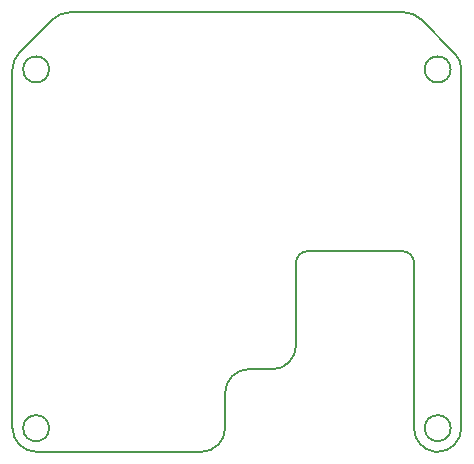
<source format=gbr>
%TF.GenerationSoftware,KiCad,Pcbnew,7.0.11*%
%TF.CreationDate,2025-01-20T01:33:53+09:00*%
%TF.ProjectId,VoltageBooster,566f6c74-6167-4654-926f-6f737465722e,rev?*%
%TF.SameCoordinates,Original*%
%TF.FileFunction,Profile,NP*%
%FSLAX46Y46*%
G04 Gerber Fmt 4.6, Leading zero omitted, Abs format (unit mm)*
G04 Created by KiCad (PCBNEW 7.0.11) date 2025-01-20 01:33:53*
%MOMM*%
%LPD*%
G01*
G04 APERTURE LIST*
%TA.AperFunction,Profile*%
%ADD10C,0.200000*%
%TD*%
G04 APERTURE END LIST*
D10*
X171350000Y-116732584D02*
X171350000Y-86360000D01*
X170450000Y-116732584D02*
G75*
G03*
X168250000Y-116732584I-1100000J0D01*
G01*
X168250000Y-116732584D02*
G75*
G03*
X170450000Y-116732584I1100000J0D01*
G01*
X136764213Y-82117360D02*
X133935786Y-84945787D01*
X167350032Y-116745168D02*
G75*
G03*
X169125996Y-118732584I1999968J-32D01*
G01*
X171349999Y-86360000D02*
G75*
G03*
X170764213Y-84945788I-1999999J0D01*
G01*
X158350000Y-101745168D02*
X166350000Y-101745168D01*
X155350000Y-111745200D02*
G75*
G03*
X157350000Y-109745168I0J2000000D01*
G01*
X138178427Y-81531601D02*
G75*
G03*
X136764214Y-82117361I-27J-1999999D01*
G01*
X166521573Y-81531573D02*
X138178427Y-81531573D01*
X133350000Y-86360000D02*
X133350000Y-116732584D01*
X149350000Y-118732600D02*
G75*
G03*
X151350000Y-116732584I0J2000000D01*
G01*
X170764214Y-84945787D02*
X167935787Y-82117360D01*
X170450000Y-86360000D02*
G75*
G03*
X168250000Y-86360000I-1100000J0D01*
G01*
X168250000Y-86360000D02*
G75*
G03*
X170450000Y-86360000I1100000J0D01*
G01*
X169125996Y-118732584D02*
X169350000Y-118732584D01*
X167350032Y-102745168D02*
G75*
G03*
X166350000Y-101745168I-1000032J-32D01*
G01*
X169350000Y-118732600D02*
G75*
G03*
X171350000Y-116732584I0J2000000D01*
G01*
X133935786Y-84945787D02*
G75*
G03*
X133350000Y-86360000I1414214J-1414213D01*
G01*
X167935806Y-82117341D02*
G75*
G03*
X166521573Y-81531573I-1414206J-1414259D01*
G01*
X167350000Y-102745168D02*
X167350000Y-116745168D01*
X136450000Y-86360000D02*
G75*
G03*
X134250000Y-86360000I-1100000J0D01*
G01*
X134250000Y-86360000D02*
G75*
G03*
X136450000Y-86360000I1100000J0D01*
G01*
X153350000Y-111745168D02*
X155350000Y-111745168D01*
X151350000Y-116732584D02*
X151350000Y-113745168D01*
X157350000Y-109745168D02*
X157350000Y-102745168D01*
X135350000Y-118732584D02*
X149350000Y-118732584D01*
X133350016Y-116732584D02*
G75*
G03*
X135350000Y-118732584I1999984J-16D01*
G01*
X158350000Y-101745200D02*
G75*
G03*
X157350000Y-102745168I0J-1000000D01*
G01*
X136450000Y-116732584D02*
G75*
G03*
X134250000Y-116732584I-1100000J0D01*
G01*
X134250000Y-116732584D02*
G75*
G03*
X136450000Y-116732584I1100000J0D01*
G01*
X153350000Y-111745200D02*
G75*
G03*
X151350000Y-113745168I0J-2000000D01*
G01*
M02*

</source>
